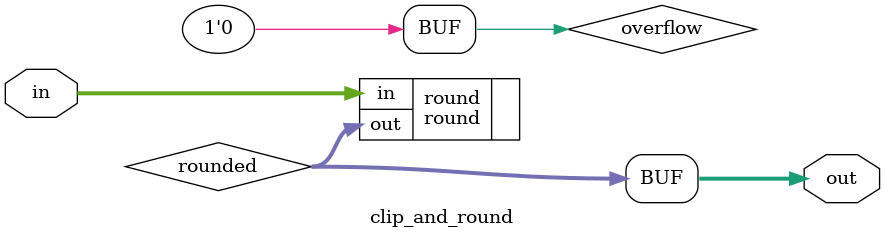
<source format=v>


module clip_and_round
  #(parameter bits_in=0,
    parameter bits_out=0,
    parameter clip_bits=0)
    (input [bits_in-1:0] in,
     output [bits_out-1:0] out);

   wire [bits_out-1:0] 	   rounded;
   
   round #(.bits_in(bits_in-clip_bits),.bits_out(bits_out))
     round (.in(in[bits_in-clip_bits-1:0]),.out(rounded));
   
   wire 		   overflow = |in[bits_in-1:bits_in-clip_bits-1] 
			   & ~(&in[bits_in-1:bits_in-clip_bits-1]);
   
   assign 		   out = overflow ? 
			   (in[bits_in-1] ? {1'b1,{(bits_out-1){1'b0}}} : {1'b0,{(bits_out-1){1'b1}}}) :
			   rounded;
   
endmodule // clip_and_round

</source>
